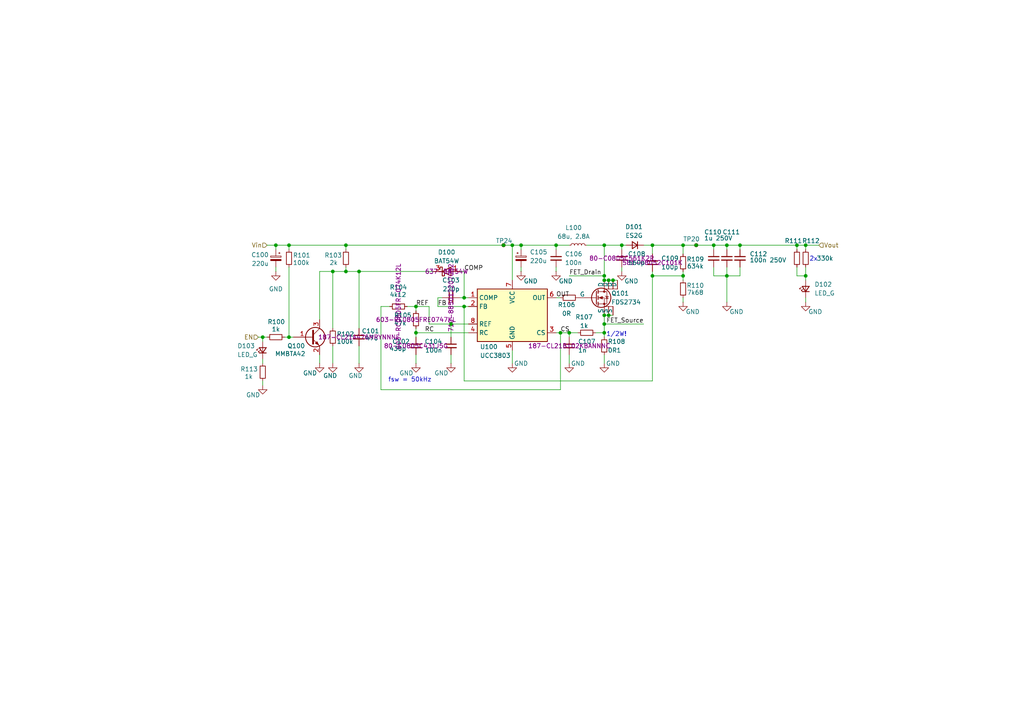
<source format=kicad_sch>
(kicad_sch (version 20250114) (generator "eeschema") (generator_version "9.0")
  (paper "A4")
  (title_block (title "High voltage Tube PSU") (date "2024-10-17") (rev "2.0") (company "C-Audio"))
  (lib_symbols
    (symbol "Connector:TestPoint_Small" (pin_numbers (hide yes)) (pin_names (offset 0.762) (hide yes))
      (property "Reference" "TP" (at 0 3.81 0))
      (property "Value" "TestPoint_Small" (at 0 2.032 0))
      (symbol "TestPoint_Small_0_1"
        (circle (center 0 0) (radius 0.508))
      )
      (symbol "TestPoint_Small_1_1"
        (pin passive line (at 0 0 90) (length 0) (name "1") (number "1"))
      )
    )
    (symbol "Device:C_Polarized_Small" (pin_numbers (hide yes)) (pin_names (offset 0.254) (hide yes))
      (property "Reference" "C" (at 0.254 1.778 0))
      (property "Value" "C_Polarized_Small" (at 0.254 -2.032 0))
      (symbol "C_Polarized_Small_0_1"
        (rectangle (start -1.524 0.6858) (end 1.524 0.3048))
        (rectangle (start -1.524 -0.3048) (end 1.524 -0.6858) (fill (type outline)))
        (polyline (pts (xy -1.27 1.524) (xy -0.762 1.524)))
        (polyline (pts (xy -1.016 1.27) (xy -1.016 1.778)))
      )
      (symbol "C_Polarized_Small_1_1"
        (pin passive line (at 0 2.54 270) (length 1.8542) (name "~") (number "1"))
        (pin passive line (at 0 -2.54 90) (length 1.8542) (name "~") (number "2"))
      )
    )
    (symbol "Device:C_Small" (pin_numbers (hide yes)) (pin_names (offset 0.254) (hide yes))
      (property "Reference" "C" (at 0.254 1.778 0))
      (property "Value" "C_Small" (at 0.254 -2.032 0))
      (symbol "C_Small_0_1"
        (polyline (pts (xy -1.524 0.508) (xy 1.524 0.508)) (stroke (width 0.3048)))
        (polyline (pts (xy -1.524 -0.508) (xy 1.524 -0.508)) (stroke (width 0.3302)))
      )
      (symbol "C_Small_1_1"
        (pin passive line (at 0 2.54 270) (length 2.032) (name "~") (number "1"))
        (pin passive line (at 0 -2.54 90) (length 2.032) (name "~") (number "2"))
      )
    )
    (symbol "Device:D_Small" (pin_numbers (hide yes)) (pin_names (offset 0.254) (hide yes))
      (property "Reference" "D" (at -1.27 2.032 0))
      (property "Value" "D_Small" (at -3.81 -2.032 0))
      (symbol "D_Small_0_1"
        (polyline (pts (xy -0.762 0) (xy 0.762 0)))
        (polyline (pts (xy -0.762 -1.016) (xy -0.762 1.016)) (stroke (width 0.254)))
        (polyline (pts (xy 0.762 -1.016) (xy -0.762 0) (xy 0.762 1.016) (xy 0.762 -1.016)) (stroke (width 0.254)))
      )
      (symbol "D_Small_1_1"
        (pin passive line (at -2.54 0 0) (length 1.778) (name "K") (number "1"))
        (pin passive line (at 2.54 0 180) (length 1.778) (name "A") (number "2"))
      )
    )
    (symbol "Device:LED_Small" (pin_numbers (hide yes)) (pin_names (offset 0.254) (hide yes))
      (property "Reference" "D" (at -1.27 3.175 0))
      (property "Value" "LED_Small" (at -4.445 -2.54 0))
      (symbol "LED_Small_0_1"
        (polyline (pts (xy -0.762 -1.016) (xy -0.762 1.016)) (stroke (width 0.254)))
        (polyline (pts (xy 0 0.762) (xy -0.508 1.27) (xy -0.254 1.27) (xy -0.508 1.27) (xy -0.508 1.016)))
        (polyline (pts (xy 0.508 1.27) (xy 0 1.778) (xy 0.254 1.778) (xy 0 1.778) (xy 0 1.524)))
        (polyline (pts (xy 0.762 -1.016) (xy -0.762 0) (xy 0.762 1.016) (xy 0.762 -1.016)) (stroke (width 0.254)))
        (polyline (pts (xy 1.016 0) (xy -0.762 0)))
      )
      (symbol "LED_Small_1_1"
        (pin passive line (at -2.54 0 0) (length 1.778) (name "K") (number "1"))
        (pin passive line (at 2.54 0 180) (length 1.778) (name "A") (number "2"))
      )
    )
    (symbol "Device:L_Small" (pin_numbers (hide yes)) (pin_names (offset 0.254) (hide yes))
      (property "Reference" "L" (at 0.762 1.016 0))
      (property "Value" "L_Small" (at 0.762 -1.016 0))
      (symbol "L_Small_0_1"
        (arc (start 0 2.032) (mid 0.5058 1.524) (end 0 1.016))
        (arc (start 0 1.016) (mid 0.5058 0.508) (end 0 0))
        (arc (start 0 0) (mid 0.5058 -0.508) (end 0 -1.016))
        (arc (start 0 -1.016) (mid 0.5058 -1.524) (end 0 -2.032))
      )
      (symbol "L_Small_1_1"
        (pin passive line (at 0 2.54 270) (length 0.508) (name "~") (number "1"))
        (pin passive line (at 0 -2.54 90) (length 0.508) (name "~") (number "2"))
      )
    )
    (symbol "Device:R_Small" (pin_numbers (hide yes)) (pin_names (offset 0.254) (hide yes))
      (property "Reference" "R" (at 0.762 0.508 0))
      (property "Value" "R_Small" (at 0.762 -1.016 0))
      (symbol "R_Small_0_1"
        (rectangle (start -0.762 1.778) (end 0.762 -1.778) (stroke (width 0.2032)))
      )
      (symbol "R_Small_1_1"
        (pin passive line (at 0 2.54 270) (length 0.762) (name "~") (number "1"))
        (pin passive line (at 0 -2.54 90) (length 0.762) (name "~") (number "2"))
      )
    )
    (symbol "Diode:BAT54W" (pin_names (offset 1.016) (hide yes))
      (property "Reference" "D" (at 0 2.54 0))
      (property "Value" "BAT54W" (at 0 -2.54 0))
      (symbol "BAT54W_0_1"
        (polyline (pts (xy -1.905 0.635) (xy -1.905 1.27) (xy -1.27 1.27) (xy -1.27 -1.27) (xy -0.635 -1.27) (xy -0.635 -0.635)) (stroke (width 0.254)))
        (polyline (pts (xy 1.27 1.27) (xy 1.27 -1.27) (xy -1.27 0) (xy 1.27 1.27)) (stroke (width 0.254)))
        (polyline (pts (xy 1.27 0) (xy -1.27 0)))
      )
      (symbol "BAT54W_1_1"
        (pin passive line (at -3.81 0 0) (length 2.54) (name "K") (number "3"))
        (pin no_connect line (at 0 0 90) (length 2.54) (hide yes) (name "NC") (number "2"))
        (pin passive line (at 3.81 0 180) (length 2.54) (name "A") (number "1"))
      )
    )
    (symbol "Regulator_Controller:UCC3803"
      (property "Reference" "U" (at 3.81 11.43 0))
      (property "Value" "UCC3803" (at 3.81 8.89 0))
      (symbol "UCC3803_0_1"
        (rectangle (start -10.16 -7.62) (end 10.16 7.62) (stroke (width 0.254)) (fill (type background)))
      )
      (symbol "UCC3803_1_1"
        (pin passive line (at -12.7 5.08 0) (length 2.54) (name "COMP") (number "1"))
        (pin input line (at -12.7 2.54 0) (length 2.54) (name "FB") (number "2"))
        (pin power_in line (at -12.7 -2.54 0) (length 2.54) (name "REF") (number "8"))
        (pin passive line (at -12.7 -5.08 0) (length 2.54) (name "RC") (number "4"))
        (pin power_in line (at 0 10.16 270) (length 2.54) (name "VCC") (number "7"))
        (pin power_in line (at 0 -10.16 90) (length 2.54) (name "GND") (number "5"))
        (pin output line (at 12.7 5.08 180) (length 2.54) (name "OUT") (number "6"))
        (pin input line (at 12.7 -5.08 180) (length 2.54) (name "CS") (number "3"))
      )
    )
    (symbol "Simulation_SPICE:NMOS" (pin_numbers (hide yes)) (pin_names (offset 0))
      (property "Reference" "Q101" (at 4.572 1.27 0))
      (property "Value" "FDS2734" (at 4.572 -1.27 0))
      (symbol "NMOS_0_1"
        (polyline (pts (xy 0.254 1.905) (xy 0.254 -1.905)) (stroke (width 0.254)))
        (polyline (pts (xy 0.254 0) (xy -2.54 0)))
        (polyline (pts (xy 0.762 2.286) (xy 0.762 1.27)) (stroke (width 0.254)))
        (polyline (pts (xy 0.762 0.508) (xy 0.762 -0.508)) (stroke (width 0.254)))
        (polyline (pts (xy 0.762 -1.27) (xy 0.762 -2.286)) (stroke (width 0.254)))
        (polyline (pts (xy 0.762 -1.778) (xy 3.302 -1.778) (xy 3.302 1.778) (xy 0.762 1.778)))
        (polyline (pts (xy 1.016 0) (xy 2.032 0.381) (xy 2.032 -0.381) (xy 1.016 0)) (fill (type outline)))
        (circle (center 1.651 0) (radius 2.794) (stroke (width 0.254)))
        (polyline (pts (xy 2.54 2.54) (xy 2.54 1.778)))
        (circle (center 2.54 1.778) (radius 0.254) (fill (type outline)))
        (circle (center 2.54 -1.778) (radius 0.254) (fill (type outline)))
        (polyline (pts (xy 2.54 -2.54) (xy 2.54 0) (xy 0.762 0)))
        (polyline (pts (xy 2.794 0.508) (xy 2.921 0.381) (xy 3.683 0.381) (xy 3.81 0.254)))
        (polyline (pts (xy 3.302 0.381) (xy 2.921 -0.254) (xy 3.683 -0.254) (xy 3.302 0.381)))
        (polyline (pts (xy 5.08 -2.54) (xy 2.54 -2.54)))
        (polyline (pts (xy 6.35 2.54) (xy 2.54 2.54)))
      )
      (symbol "NMOS_1_1"
        (pin input line (at -5.08 0 0) (length 2.54) (name "G") (number "4"))
        (pin passive line (at 2.54 5.08 270) (length 2.54) (name "D") (number "5"))
        (pin passive line (at 2.54 -5.08 90) (length 2.54) (name "S") (number "1"))
        (pin passive line (at 3.81 5.08 270) (length 2.54) (name "D") (number "6"))
        (pin passive line (at 3.81 -5.08 90) (length 2.54) (name "S") (number "2"))
        (pin passive line (at 5.08 5.08 270) (length 2.54) (name "D") (number "7"))
        (pin passive line (at 5.08 -5.08 90) (length 2.54) (name "S") (number "3"))
        (pin passive line (at 6.35 5.08 270) (length 2.54) (name "D") (number "8"))
      )
    )
    (symbol "Transistor_BJT:MMBTA42" (pin_names (offset 0) (hide yes))
      (property "Reference" "Q" (at 5.08 1.905 0))
      (property "Value" "MMBTA42" (at 5.08 0 0))
      (symbol "MMBTA42_0_1"
        (polyline (pts (xy 0 0) (xy 0.635 0)))
        (polyline (pts (xy 0.635 1.905) (xy 0.635 -1.905) (xy 0.635 -1.905)) (stroke (width 0.508)))
        (polyline (pts (xy 0.635 0.635) (xy 2.54 2.54)))
        (polyline (pts (xy 0.635 -0.635) (xy 2.54 -2.54) (xy 2.54 -2.54)))
        (circle (center 1.27 0) (radius 2.8194) (stroke (width 0.254)))
        (polyline (pts (xy 1.27 -1.778) (xy 1.778 -1.27) (xy 2.286 -2.286) (xy 1.27 -1.778) (xy 1.27 -1.778)) (fill (type outline)))
      )
      (symbol "MMBTA42_1_1"
        (pin input line (at -5.08 0 0) (length 5.08) (name "B") (number "1"))
        (pin passive line (at 2.54 5.08 270) (length 2.54) (name "C") (number "3"))
        (pin passive line (at 2.54 -5.08 90) (length 2.54) (name "E") (number "2"))
      )
    )
    (symbol "power:GND" (power) (pin_numbers (hide yes)) (pin_names (offset 0) (hide yes))
      (property "Value" "GND" (at 0 -3.81 0))
      (symbol "GND_0_1"
        (polyline (pts (xy 0 0) (xy 0 -1.27) (xy 1.27 -1.27) (xy 0 -2.54) (xy -1.27 -1.27) (xy 0 -1.27)))
      )
      (symbol "GND_1_1"
        (pin power_in line (at 0 0 270) (length 0) (name "~") (number "1"))
      )
    )
  )
  (text "fsw = 50kHz" (at 118.872 110.236 0) (effects (font (size 1.27 1.27))))
  (text "2x" (at 235.966 75.184 0) (effects (font (size 1.27 1.27))))
  (text "1/2W!" (at 178.816 97.028 0) (effects (font (size 1.27 1.27))))
  (junction (at 176.53 81.28))
  (junction (at 151.13 71.12))
  (junction (at 180.34 71.12))
  (junction (at 80.01 71.12))
  (junction (at 120.65 88.9))
  (junction (at 76.2 97.79))
  (junction (at 120.65 96.52))
  (junction (at 175.26 81.28))
  (junction (at 134.62 88.9))
  (junction (at 175.26 80.01))
  (junction (at 96.52 78.74))
  (junction (at 210.82 71.12))
  (junction (at 189.23 80.01))
  (junction (at 214.63 71.12))
  (junction (at 198.12 80.01))
  (junction (at 175.26 96.52))
  (junction (at 175.26 93.98))
  (junction (at 176.53 91.44))
  (junction (at 198.12 71.12))
  (junction (at 233.68 71.12))
  (junction (at 210.82 80.01))
  (junction (at 201.93 71.12))
  (junction (at 104.14 78.74))
  (junction (at 189.23 71.12))
  (junction (at 175.26 91.44))
  (junction (at 161.29 71.12))
  (junction (at 83.82 71.12))
  (junction (at 233.68 80.01))
  (junction (at 207.01 71.12))
  (junction (at 134.62 86.36))
  (junction (at 175.26 71.12))
  (junction (at 130.81 93.98))
  (junction (at 231.14 71.12))
  (junction (at 146.05 71.12))
  (junction (at 100.33 71.12))
  (junction (at 177.8 81.28))
  (junction (at 148.59 71.12))
  (junction (at 100.33 78.74))
  (junction (at 165.1 96.52))
  (junction (at 162.56 96.52))
  (junction (at 83.82 97.79))
  (wire (pts (xy 207.01 80.01) (xy 210.82 80.01)))
  (wire (pts (xy 189.23 80.01) (xy 189.23 110.49)))
  (wire (pts (xy 231.14 71.12) (xy 231.14 72.39)))
  (wire (pts (xy 162.56 96.52) (xy 161.29 96.52)))
  (wire (pts (xy 175.26 102.87) (xy 175.26 105.41)))
  (wire (pts (xy 189.23 71.12) (xy 198.12 71.12)))
  (wire (pts (xy 198.12 80.01) (xy 198.12 81.28)))
  (wire (pts (xy 127 88.9) (xy 134.62 88.9)))
  (wire (pts (xy 76.2 104.14) (xy 76.2 105.41)))
  (wire (pts (xy 189.23 110.49) (xy 134.62 110.49)))
  (wire (pts (xy 76.2 97.79) (xy 77.47 97.79)))
  (wire (pts (xy 189.23 78.74) (xy 189.23 80.01)))
  (wire (pts (xy 134.62 88.9) (xy 135.89 88.9)))
  (wire (pts (xy 198.12 78.74) (xy 198.12 80.01)))
  (wire (pts (xy 134.62 86.36) (xy 135.89 86.36)))
  (wire (pts (xy 96.52 78.74) (xy 96.52 95.25)))
  (wire (pts (xy 120.65 96.52) (xy 135.89 96.52)))
  (wire (pts (xy 161.29 72.39) (xy 161.29 71.12)))
  (wire (pts (xy 176.53 81.28) (xy 177.8 81.28)))
  (wire (pts (xy 165.1 96.52) (xy 165.1 97.79)))
  (wire (pts (xy 96.52 100.33) (xy 96.52 105.41)))
  (wire (pts (xy 175.26 91.44) (xy 175.26 93.98)))
  (wire (pts (xy 189.23 71.12) (xy 189.23 73.66)))
  (wire (pts (xy 130.81 93.98) (xy 135.89 93.98)))
  (wire (pts (xy 214.63 71.12) (xy 231.14 71.12)))
  (wire (pts (xy 127 88.9) (xy 127 86.36)))
  (wire (pts (xy 148.59 101.6) (xy 148.59 105.41)))
  (wire (pts (xy 165.1 96.52) (xy 167.64 96.52)))
  (wire (pts (xy 133.35 86.36) (xy 134.62 86.36)))
  (wire (pts (xy 83.82 97.79) (xy 85.09 97.79)))
  (wire (pts (xy 134.62 78.74) (xy 133.35 78.74)))
  (wire (pts (xy 175.26 91.44) (xy 176.53 91.44)))
  (wire (pts (xy 104.14 78.74) (xy 104.14 95.25)))
  (wire (pts (xy 233.68 86.36) (xy 233.68 87.63)))
  (wire (pts (xy 207.01 71.12) (xy 210.82 71.12)))
  (wire (pts (xy 186.69 93.98) (xy 175.26 93.98)))
  (wire (pts (xy 83.82 97.79) (xy 83.82 77.47)))
  (wire (pts (xy 162.56 96.52) (xy 162.56 113.03)))
  (wire (pts (xy 96.52 78.74) (xy 92.71 78.74)))
  (wire (pts (xy 151.13 77.47) (xy 151.13 78.74)))
  (wire (pts (xy 172.72 96.52) (xy 175.26 96.52)))
  (wire (pts (xy 82.55 97.79) (xy 83.82 97.79)))
  (wire (pts (xy 233.68 71.12) (xy 237.49 71.12)))
  (wire (pts (xy 210.82 80.01) (xy 210.82 87.63)))
  (wire (pts (xy 233.68 77.47) (xy 233.68 80.01)))
  (wire (pts (xy 162.56 96.52) (xy 165.1 96.52)))
  (wire (pts (xy 110.49 88.9) (xy 110.49 113.03)))
  (wire (pts (xy 189.23 80.01) (xy 198.12 80.01)))
  (wire (pts (xy 210.82 71.12) (xy 210.82 72.39)))
  (wire (pts (xy 146.05 71.12) (xy 148.59 71.12)))
  (wire (pts (xy 207.01 77.47) (xy 207.01 80.01)))
  (wire (pts (xy 214.63 71.12) (xy 214.63 72.39)))
  (wire (pts (xy 151.13 71.12) (xy 161.29 71.12)))
  (wire (pts (xy 80.01 71.12) (xy 83.82 71.12)))
  (wire (pts (xy 100.33 78.74) (xy 104.14 78.74)))
  (wire (pts (xy 80.01 77.47) (xy 80.01 78.74)))
  (wire (pts (xy 198.12 71.12) (xy 201.93 71.12)))
  (wire (pts (xy 120.65 88.9) (xy 124.46 88.9)))
  (wire (pts (xy 92.71 78.74) (xy 92.71 92.71)))
  (wire (pts (xy 180.34 77.47) (xy 180.34 78.74)))
  (wire (pts (xy 175.26 80.01) (xy 175.26 81.28)))
  (wire (pts (xy 231.14 71.12) (xy 233.68 71.12)))
  (wire (pts (xy 100.33 77.47) (xy 100.33 78.74)))
  (wire (pts (xy 180.34 71.12) (xy 180.34 72.39)))
  (wire (pts (xy 100.33 71.12) (xy 146.05 71.12)))
  (wire (pts (xy 162.56 113.03) (xy 110.49 113.03)))
  (wire (pts (xy 175.26 93.98) (xy 175.26 96.52)))
  (wire (pts (xy 201.93 71.12) (xy 207.01 71.12)))
  (wire (pts (xy 125.73 78.74) (xy 104.14 78.74)))
  (wire (pts (xy 130.81 93.98) (xy 130.81 97.79)))
  (wire (pts (xy 233.68 72.39) (xy 233.68 71.12)))
  (wire (pts (xy 176.53 91.44) (xy 177.8 91.44)))
  (wire (pts (xy 80.01 71.12) (xy 80.01 72.39)))
  (wire (pts (xy 120.65 102.87) (xy 120.65 105.41)))
  (wire (pts (xy 233.68 81.28) (xy 233.68 80.01)))
  (wire (pts (xy 96.52 78.74) (xy 100.33 78.74)))
  (wire (pts (xy 175.26 81.28) (xy 176.53 81.28)))
  (wire (pts (xy 198.12 71.12) (xy 198.12 73.66)))
  (wire (pts (xy 104.14 100.33) (xy 104.14 105.41)))
  (wire (pts (xy 175.26 96.52) (xy 175.26 97.79)))
  (wire (pts (xy 165.1 105.41) (xy 165.1 102.87)))
  (wire (pts (xy 214.63 77.47) (xy 214.63 80.01)))
  (wire (pts (xy 83.82 71.12) (xy 83.82 72.39)))
  (wire (pts (xy 165.1 80.01) (xy 175.26 80.01)))
  (wire (pts (xy 110.49 88.9) (xy 113.03 88.9)))
  (wire (pts (xy 186.69 71.12) (xy 189.23 71.12)))
  (wire (pts (xy 76.2 110.49) (xy 76.2 111.76)))
  (wire (pts (xy 127 86.36) (xy 128.27 86.36)))
  (wire (pts (xy 231.14 77.47) (xy 231.14 80.01)))
  (wire (pts (xy 134.62 110.49) (xy 134.62 88.9)))
  (wire (pts (xy 124.46 93.98) (xy 130.81 93.98)))
  (wire (pts (xy 198.12 86.36) (xy 198.12 87.63)))
  (wire (pts (xy 120.65 95.25) (xy 120.65 96.52)))
  (wire (pts (xy 92.71 102.87) (xy 92.71 105.41)))
  (wire (pts (xy 207.01 71.12) (xy 207.01 72.39)))
  (wire (pts (xy 124.46 88.9) (xy 124.46 93.98)))
  (wire (pts (xy 77.47 71.12) (xy 80.01 71.12)))
  (wire (pts (xy 130.81 102.87) (xy 130.81 105.41)))
  (wire (pts (xy 175.26 71.12) (xy 175.26 80.01)))
  (wire (pts (xy 214.63 80.01) (xy 210.82 80.01)))
  (wire (pts (xy 134.62 86.36) (xy 134.62 78.74)))
  (wire (pts (xy 165.1 71.12) (xy 161.29 71.12)))
  (wire (pts (xy 210.82 71.12) (xy 214.63 71.12)))
  (wire (pts (xy 175.26 71.12) (xy 180.34 71.12)))
  (wire (pts (xy 148.59 71.12) (xy 148.59 81.28)))
  (wire (pts (xy 74.93 97.79) (xy 76.2 97.79)))
  (wire (pts (xy 161.29 86.36) (xy 162.56 86.36)))
  (wire (pts (xy 170.18 71.12) (xy 175.26 71.12)))
  (wire (pts (xy 100.33 71.12) (xy 100.33 72.39)))
  (wire (pts (xy 120.65 88.9) (xy 120.65 90.17)))
  (wire (pts (xy 148.59 71.12) (xy 151.13 71.12)))
  (wire (pts (xy 210.82 77.47) (xy 210.82 80.01)))
  (wire (pts (xy 120.65 96.52) (xy 120.65 97.79)))
  (wire (pts (xy 177.8 81.28) (xy 179.07 81.28)))
  (wire (pts (xy 180.34 71.12) (xy 181.61 71.12)))
  (wire (pts (xy 76.2 97.79) (xy 76.2 99.06)))
  (wire (pts (xy 231.14 80.01) (xy 233.68 80.01)))
  (wire (pts (xy 161.29 77.47) (xy 161.29 78.74)))
  (wire (pts (xy 151.13 72.39) (xy 151.13 71.12)))
  (wire (pts (xy 83.82 71.12) (xy 100.33 71.12)))
  (wire (pts (xy 118.11 88.9) (xy 120.65 88.9)))
  (label "CS" (at 162.56 96.52 0))
  (label "FET_Source" (at 186.69 93.98 180))
  (label "FET_Drain" (at 165.1 80.01 0))
  (label "REF" (at 120.65 88.9 0))
  (label "FB" (at 129.54 88.9 180))
  (label "COMP" (at 134.62 78.74 0))
  (label "OUT" (at 161.29 86.36 0))
  (label "RC" (at 123.19 96.52 0))
  (hierarchical_label "Vout" (shape input) (at 237.49 71.12 0))
  (hierarchical_label "Vin" (shape input) (at 77.47 71.12 180))
  (hierarchical_label "EN" (shape input) (at 74.93 97.79 180))
  (symbol (lib_id "Device:C_Small") (at 210.82 74.93 0) (unit 1)
    (property "Reference" "C111" (at 209.55 67.31 0) (effects (justify left)))
    (property "Value" "1u 250V" (at 204.216 69.088 0) (effects (justify left)))
    (property "Footprint" "Capacitor_SMD:C_0805_2012Metric_Pad1.18x1.45mm_HandSolder" (effects (hide yes)))
    (property "Description" "Unpolarized capacitor, small symbol" (effects (hide yes)))
    (property "Mouser Nr." " 810-CGA4J3X7T2E104MA " (effects (hide yes)))
  )
  (symbol (lib_id "Device:R_Small") (at 170.18 96.52 90) (unit 1)
    (property "Reference" "R107" (at 169.418 91.948 90))
    (property "Value" "1k" (at 169.418 94.488 90))
    (property "Footprint" "Resistor_SMD:R_0805_2012Metric_Pad1.20x1.40mm_HandSolder" (effects (hide yes)))
    (property "Description" "Resistor, small symbol" (effects (hide yes)))
  )
  (symbol (lib_id "Device:LED_Small") (at 76.2 101.6 90) (unit 1)
    (property "Reference" "D103" (at 68.834 100.33 90) (effects (justify right)))
    (property "Value" "LED_G" (at 68.834 102.87 90) (effects (justify right)))
    (property "Footprint" "LED_SMD:LED_0805_2012Metric" (effects (hide yes)))
    (property "Description" "Light emitting diode, small symbol" (effects (hide yes)))
  )
  (symbol (lib_id "Device:R_Small") (at 233.68 74.93 0) (unit 1)
    (property "Reference" "R112" (at 235.204 69.85 0))
    (property "Value" "330k" (at 239.268 74.93 0))
    (property "Footprint" "Resistor_SMD:R_0805_2012Metric_Pad1.20x1.40mm_HandSolder" (effects (hide yes)))
    (property "Description" "Resistor, small symbol" (effects (hide yes)))
    (property "Mouser Nr." " 603-AC0805FR-07330KL " (effects (hide yes)))
  )
  (symbol (lib_id "power:GND") (at 198.12 87.63 0) (unit 1)
    (property "Reference" "#PWR0112" (effects (hide yes)))
    (property "Value" "GND" (at 200.914 90.424 0))
    (property "Description" "Power symbol creates a global label with name \"GND\" , ground" (effects (hide yes)))
  )
  (symbol (lib_id "Device:R_Small") (at 83.82 74.93 0) (unit 1)
    (property "Reference" "R101" (at 87.503 74.041 0))
    (property "Value" "100k" (at 87.376 76.2 0))
    (property "Footprint" "Resistor_SMD:R_0805_2012Metric_Pad1.20x1.40mm_HandSolder" (effects (hide yes)))
    (property "Description" "Resistor, small symbol" (effects (hide yes)))
  )
  (symbol (lib_id "power:GND") (at 76.2 111.76 0) (unit 1)
    (property "Reference" "#PWR0119" (effects (hide yes)))
    (property "Value" "GND" (at 73.406 114.554 0))
    (property "Description" "Power symbol creates a global label with name \"GND\" , ground" (effects (hide yes)))
  )
  (symbol (lib_id "Device:C_Small") (at 104.14 97.79 0) (unit 1)
    (property "Reference" "C101" (at 104.902 96.012 0) (effects (justify left)))
    (property "Value" "47u" (at 105.918 98.0378 0) (effects (justify left)))
    (property "Footprint" "Capacitor_SMD:C_0805_2012Metric_Pad1.18x1.45mm_HandSolder" (effects (hide yes)))
    (property "Description" "Unpolarized capacitor, small symbol" (effects (hide yes)))
    (property "Mouser Nr." " 187-CL21A476MRYNNNE " (at 104.14 97.79 0))
  )
  (symbol (lib_id "Device:C_Small") (at 165.1 100.33 0) (unit 1)
    (property "Reference" "C107" (at 167.64 99.0662 0) (effects (justify left)))
    (property "Value" "1n" (at 167.64 101.6062 0) (effects (justify left)))
    (property "Footprint" "Capacitor_SMD:C_0805_2012Metric_Pad1.18x1.45mm_HandSolder" (effects (hide yes)))
    (property "Description" "Unpolarized capacitor, small symbol" (effects (hide yes)))
    (property "Mouser Nr." " 187-CL21B102KBANNNC " (at 165.1 100.33 0))
  )
  (symbol (lib_id "Device:R_Small") (at 100.33 74.93 0) (mirror y) (unit 1)
    (property "Reference" "R103" (at 96.647 74.041 0))
    (property "Value" "2k" (at 96.774 76.2 0))
    (property "Footprint" "Resistor_SMD:R_0805_2012Metric_Pad1.20x1.40mm_HandSolder" (effects (hide yes)))
    (property "Description" "Resistor, small symbol" (effects (hide yes)))
    (property "Mouser Nr." " 603-RC0805FR-132KL " (effects (hide yes)))
  )
  (symbol (lib_id "Device:R_Small") (at 80.01 97.79 90) (unit 1)
    (property "Reference" "R100" (at 80.137 93.345 90))
    (property "Value" "1k" (at 80.01 95.504 90))
    (property "Footprint" "Resistor_SMD:R_0805_2012Metric_Pad1.20x1.40mm_HandSolder" (effects (hide yes)))
    (property "Description" "Resistor, small symbol" (effects (hide yes)))
  )
  (symbol (lib_id "power:GND") (at 161.29 78.74 0) (unit 1)
    (property "Reference" "#PWR0108" (effects (hide yes)))
    (property "Value" "GND" (at 164.084 81.534 0))
    (property "Description" "Power symbol creates a global label with name \"GND\" , ground" (effects (hide yes)))
  )
  (symbol (lib_id "Device:C_Small") (at 214.63 74.93 0) (unit 1)
    (property "Reference" "C112" (at 217.424 73.66 0) (effects (justify left)))
    (property "Value" "100n 250V" (at 217.424 75.438 0) (effects (justify left)))
    (property "Footprint" "Capacitor_SMD:C_0805_2012Metric_Pad1.18x1.45mm_HandSolder" (effects (hide yes)))
    (property "Description" "Unpolarized capacitor, small symbol" (effects (hide yes)))
    (property "Mouser Nr." " 810-CGA4J3X7T2E104MA " (effects (hide yes)))
  )
  (symbol (lib_id "power:GND") (at 104.14 105.41 0) (unit 1)
    (property "Reference" "#PWR0103" (effects (hide yes)))
    (property "Value" "GND" (at 103.124 108.966 0))
    (property "Description" "Power symbol creates a global label with name \"GND\" , ground" (effects (hide yes)))
  )
  (symbol (lib_id "Device:LED_Small") (at 233.68 83.82 90) (unit 1)
    (property "Reference" "D102" (at 236.22 82.4864 90) (effects (justify right)))
    (property "Value" "LED_G" (at 236.22 85.0264 90) (effects (justify right)))
    (property "Footprint" "LED_SMD:LED_0805_2012Metric" (effects (hide yes)))
    (property "Description" "Light emitting diode, small symbol" (effects (hide yes)))
  )
  (symbol (lib_id "power:GND") (at 92.71 105.41 0) (unit 1)
    (property "Reference" "#PWR0101" (effects (hide yes)))
    (property "Value" "GND" (at 89.916 108.204 0))
    (property "Description" "Power symbol creates a global label with name \"GND\" , ground" (effects (hide yes)))
  )
  (symbol (lib_id "Device:C_Small") (at 120.65 100.33 0) (mirror y) (unit 1)
    (property "Reference" "C102" (at 118.872 99.0662 0) (effects (justify left)))
    (property "Value" "430p" (at 117.856 101.092 0) (effects (justify left)))
    (property "Footprint" "Capacitor_SMD:C_0805_2012Metric_Pad1.18x1.45mm_HandSolder" (effects (hide yes)))
    (property "Description" "Unpolarized capacitor, small symbol" (effects (hide yes)))
    (property "Mouser Nr." " 80-C0805C431J5G " (at 120.65 100.33 0))
  )
  (symbol (lib_id "Regulator_Controller:UCC3803") (at 148.59 91.44 0) (unit 1)
    (property "Reference" "U100" (at 139.192 100.584 0) (effects (justify left)))
    (property "Value" "UCC3803" (at 139.192 103.124 0) (effects (justify left)))
    (property "Footprint" "Package_SO:SOIC-8_3.9x4.9mm_P1.27mm" (effects (hide yes)))
    (property "Datasheet" "http://www.ti.com/lit/ds/symlink/ucc3800.pdf" (effects (hide yes)))
    (property "Description" "Low-Power BiCMOS Current-Mode PWM Controllers, 100% Duty Cycle, 4.1V/3.6V UVLO, DIP-8/SOIC-8/TSSOP-8" (effects (hide yes)))
    (property "Mouser Nr." " 595-UCC3803DTR " (effects (hide yes)))
  )
  (symbol (lib_id "Device:R_Small") (at 96.52 97.79 0) (unit 1)
    (property "Reference" "R102" (at 100.203 96.901 0))
    (property "Value" "100k" (at 100.076 99.06 0))
    (property "Footprint" "Resistor_SMD:R_0805_2012Metric_Pad1.20x1.40mm_HandSolder" (effects (hide yes)))
    (property "Description" "Resistor, small symbol" (effects (hide yes)))
  )
  (symbol (lib_id "Device:R_Small") (at 175.26 100.33 180) (unit 1)
    (property "Reference" "R108" (at 176.276 99.06 0) (effects (justify right)))
    (property "Value" "0R1" (at 176.276 101.6 0) (effects (justify right)))
    (property "Footprint" "Resistor_SMD:R_1206_3216Metric_Pad1.30x1.75mm_HandSolder" (effects (hide yes)))
    (property "Datasheet" "https://www.koaspeer.com/pdfs/UR73V.pdf" (effects (hide yes)))
    (property "Description" "Resistor, small symbol" (effects (hide yes)))
    (property "Mouser URL" "https://www.mouser.de/ProductDetail/KOA-Speer/UR73VH2BTTDR100F?qs=HoCaDK9Nz5dTWFlShnTmnw%3D%3D" (effects (hide yes)))
    (property "Mouser Nr." " 660-UR73VH2BTTDR100F " (effects (hide yes)))
  )
  (symbol (lib_id "power:GND") (at 80.01 78.74 0) (unit 1)
    (property "Reference" "#PWR0100" (effects (hide yes)))
    (property "Value" "GND" (at 80.01 83.82 0))
    (property "Description" "Power symbol creates a global label with name \"GND\" , ground" (effects (hide yes)))
  )
  (symbol (lib_id "power:GND") (at 175.26 105.41 0) (unit 1)
    (property "Reference" "#PWR0110" (effects (hide yes)))
    (property "Value" "GND" (at 177.8 105.41 0))
    (property "Description" "Power symbol creates a global label with name \"GND\" , ground" (effects (hide yes)))
  )
  (symbol (lib_id "Device:L_Small") (at 167.64 71.12 90) (unit 1)
    (property "Reference" "L100" (at 166.37 66.04 90))
    (property "Value" "68u, 2.8A" (at 166.37 68.58 90))
    (property "Footprint" "Inductor_SMD:L_12x12mm_H8mm" (effects (hide yes)))
    (property "Description" "Inductor, small symbol" (effects (hide yes)))
    (property "Mouser URL" "https://www.mouser.de/ProductDetail/EPCOS-TDK/B82477R4683M100?qs=oQHyZtUHWNVcdFSxmnJQSQ%3D%3D" (effects (hide yes)))
    (property "Mouser Nr." " 871-B82477R4683M100 " (effects (hide yes)))
  )
  (symbol (lib_id "Device:R_Small") (at 231.14 74.93 0) (unit 1)
    (property "Reference" "R111" (at 230.124 69.85 0))
    (property "Value" "330k" (effects (hide yes)))
    (property "Footprint" "Resistor_SMD:R_0805_2012Metric_Pad1.20x1.40mm_HandSolder" (effects (hide yes)))
    (property "Description" "Resistor, small symbol" (effects (hide yes)))
    (property "Mouser Nr." " 603-AC0805FR-07330KL " (effects (hide yes)))
  )
  (symbol (lib_id "Device:R_Small") (at 76.2 107.95 180) (unit 1)
    (property "Reference" "R113" (at 72.263 107.061 0))
    (property "Value" "1k" (at 72.136 109.22 0))
    (property "Footprint" "Resistor_SMD:R_0805_2012Metric_Pad1.20x1.40mm_HandSolder" (effects (hide yes)))
    (property "Description" "Resistor, small symbol" (effects (hide yes)))
  )
  (symbol (lib_id "Device:R_Small") (at 115.57 88.9 90) (unit 1)
    (property "Reference" "R104" (at 115.57 83.312 90))
    (property "Value" "4k12" (at 115.443 85.471 90))
    (property "Footprint" "Resistor_SMD:R_0805_2012Metric_Pad1.20x1.40mm_HandSolder" (effects (hide yes)))
    (property "Description" "Resistor, small symbol" (effects (hide yes)))
    (property "Mouser Nr." " 603-RC0805FR-074K12L " (at 115.57 88.9 0))
  )
  (symbol (lib_id "Diode:BAT54W") (at 129.54 78.74 0) (unit 1)
    (property "Reference" "D100" (at 129.54 73.152 0))
    (property "Value" "BAT54W" (at 129.54 75.692 0))
    (property "Footprint" "Package_TO_SOT_SMD:SOT-323_SC-70" (effects (hide yes)))
    (property "Datasheet" "https://assets.nexperia.com/documents/data-sheet/BAT54W_SER.pdf" (effects (hide yes)))
    (property "Description" "Schottky barrier diode, SOT-323" (effects (hide yes)))
    (property "Mouser-Nr." "637-BAT54W" (at 129.54 78.74 0))
    (property "Mouser Nr." "637-BAT54W" (effects (hide yes)))
  )
  (symbol (lib_id "Device:C_Small") (at 207.01 74.93 0) (unit 1)
    (property "Reference" "C110" (at 204.216 67.31 0) (effects (justify left)))
    (property "Value" "1u 250V" (effects (hide yes)))
    (property "Footprint" "Capacitor_SMD:C_0805_2012Metric_Pad1.18x1.45mm_HandSolder" (effects (hide yes)))
    (property "Description" "Unpolarized capacitor, small symbol" (effects (hide yes)))
    (property "Mouser Nr." " 810-CGA4J3X7T2E104MA " (effects (hide yes)))
  )
  (symbol (lib_id "Device:R_Small") (at 198.12 83.82 0) (unit 1)
    (property "Reference" "R110" (at 201.676 82.804 0))
    (property "Value" "7k68" (at 201.676 84.836 0))
    (property "Footprint" "Resistor_SMD:R_1206_3216Metric_Pad1.30x1.75mm_HandSolder" (effects (hide yes)))
    (property "Description" "Resistor, small symbol" (effects (hide yes)))
    (property "Mouser Nr." " 603-RC0805FR-077K68L " (effects (hide yes)))
  )
  (symbol (lib_id "Device:C_Small") (at 130.81 100.33 0) (mirror y) (unit 1)
    (property "Reference" "C104" (at 128.27 99.0662 0) (effects (justify left)))
    (property "Value" "100n" (at 128.27 101.6062 0) (effects (justify left)))
    (property "Footprint" "Capacitor_SMD:C_0805_2012Metric_Pad1.18x1.45mm_HandSolder" (effects (hide yes)))
    (property "Description" "Unpolarized capacitor, small symbol" (effects (hide yes)))
  )
  (symbol (lib_id "power:GND") (at 120.65 105.41 0) (unit 1)
    (property "Reference" "#PWR0104" (effects (hide yes)))
    (property "Value" "GND" (at 117.856 108.204 0))
    (property "Description" "Power symbol creates a global label with name \"GND\" , ground" (effects (hide yes)))
  )
  (symbol (lib_id "Device:D_Small") (at 184.15 71.12 180) (unit 1)
    (property "Reference" "D101" (at 183.896 65.786 0))
    (property "Value" "ES2G" (at 183.896 68.326 0))
    (property "Footprint" "Diode_SMD:D_SMB_Handsoldering" (effects (hide yes)))
    (property "Description" "Diode, small symbol" (effects (hide yes)))
    (property "Sim.Device" "D" (effects (hide yes)))
    (property "Sim.Pins" "1=K 2=A" (effects (hide yes)))
    (property "Mouser URL" "https://eu.mouser.com/ProductDetail/YAGEO/ES2G?qs=2MMvu9PpTS2aUaVf2vcl5g%3D%3D" (effects (hide yes)))
    (property "Mouser Nr." " 603-ES2G " (effects (hide yes)))
  )
  (symbol (lib_id "power:GND") (at 148.59 105.41 0) (unit 1)
    (property "Reference" "#PWR0106" (effects (hide yes)))
    (property "Value" "GND" (at 151.13 105.41 0))
    (property "Description" "Power symbol creates a global label with name \"GND\" , ground" (effects (hide yes)))
  )
  (symbol (lib_id "Device:R_Small") (at 120.65 92.71 180) (unit 1)
    (property "Reference" "R105" (at 116.84 91.44 0))
    (property "Value" "47k" (at 116.078 93.726 0))
    (property "Footprint" "Resistor_SMD:R_0805_2012Metric_Pad1.20x1.40mm_HandSolder" (effects (hide yes)))
    (property "Description" "Resistor, small symbol" (effects (hide yes)))
    (property "Mouser Nr." " 603-RE0805FRE0747KL " (at 120.65 92.71 0))
  )
  (symbol (lib_id "Device:C_Small") (at 161.29 74.93 0) (unit 1)
    (property "Reference" "C106" (at 163.83 73.6662 0) (effects (justify left)))
    (property "Value" "100n" (at 163.83 76.2062 0) (effects (justify left)))
    (property "Footprint" "Capacitor_SMD:C_0805_2012Metric_Pad1.18x1.45mm_HandSolder" (effects (hide yes)))
    (property "Description" "Unpolarized capacitor, small symbol" (effects (hide yes)))
  )
  (symbol (lib_id "power:GND") (at 130.81 105.41 0) (unit 1)
    (property "Reference" "#PWR0105" (effects (hide yes)))
    (property "Value" "GND" (at 128.016 108.204 0))
    (property "Description" "Power symbol creates a global label with name \"GND\" , ground" (effects (hide yes)))
  )
  (symbol (lib_id "Connector:TestPoint_Small") (at 146.05 71.12 0) (unit 1)
    (property "Reference" "TP24" (at 143.764 69.85 0) (effects (justify left)))
    (property "Value" "TestPoint_Small" (effects (hide yes)))
    (property "Footprint" "TestPoint:TestPoint_Pad_D1.5mm" (effects (hide yes)))
    (property "Description" "test point" (effects (hide yes)))
  )
  (symbol (lib_id "power:GND") (at 233.68 87.63 0) (unit 1)
    (property "Reference" "#PWR06" (effects (hide yes)))
    (property "Value" "GND" (at 236.474 90.424 0))
    (property "Description" "Power symbol creates a global label with name \"GND\" , ground" (effects (hide yes)))
  )
  (symbol (lib_id "Device:C_Small") (at 180.34 74.93 0) (unit 1)
    (property "Reference" "C108" (at 182.118 73.66 0) (effects (justify left)))
    (property "Value" "560p" (at 182.118 76.2 0) (effects (justify left)))
    (property "Footprint" "Capacitor_SMD:C_0805_2012Metric_Pad1.18x1.45mm_HandSolder" (effects (hide yes)))
    (property "Description" "Unpolarized capacitor, small symbol" (effects (hide yes)))
    (property "Mouser Nr." " 80-C0805C561K2R " (at 180.34 74.93 0))
  )
  (symbol (lib_id "Device:R_Small") (at 165.1 86.36 90) (unit 1)
    (property "Reference" "R106" (at 164.338 88.392 90))
    (property "Value" "0R" (at 164.338 90.932 90))
    (property "Footprint" "Resistor_SMD:R_0805_2012Metric_Pad1.20x1.40mm_HandSolder" (effects (hide yes)))
    (property "Description" "Resistor, small symbol" (effects (hide yes)))
  )
  (symbol (lib_id "Device:C_Polarized_Small") (at 151.13 74.93 0) (unit 1)
    (property "Reference" "C105" (at 153.67 73.1138 0) (effects (justify left)))
    (property "Value" "220u" (at 153.67 75.6538 0) (effects (justify left)))
    (property "Footprint" "Capacitor_SMD:CP_Elec_8x10" (effects (hide yes)))
    (property "Description" "Polarized capacitor, small symbol" (effects (hide yes)))
    (property "Mouser Nr." " 647-UUX1E221MNL6GS " (effects (hide yes)))
  )
  (symbol (lib_id "Device:R_Small") (at 198.12 76.2 0) (unit 1)
    (property "Reference" "R109" (at 201.676 75.184 0))
    (property "Value" "634k" (at 201.676 77.216 0))
    (property "Footprint" "Resistor_SMD:R_1206_3216Metric_Pad1.30x1.75mm_HandSolder" (effects (hide yes)))
    (property "Description" "Resistor, small symbol" (effects (hide yes)))
    (property "Mouser Nr." " 71-CRCW0805634KFKEA " (effects (hide yes)))
  )
  (symbol (lib_id "power:GND") (at 165.1 105.41 0) (unit 1)
    (property "Reference" "#PWR0109" (effects (hide yes)))
    (property "Value" "GND" (at 167.64 105.41 0))
    (property "Description" "Power symbol creates a global label with name \"GND\" , ground" (effects (hide yes)))
  )
  (symbol (lib_id "Connector:TestPoint_Small") (at 201.93 71.12 0) (unit 1)
    (property "Reference" "TP20" (at 198.12 69.342 0) (effects (justify left)))
    (property "Value" "TestPoint_Small" (effects (hide yes)))
    (property "Footprint" "TestPoint:TestPoint_Pad_D1.5mm" (effects (hide yes)))
    (property "Description" "test point" (effects (hide yes)))
  )
  (symbol (lib_id "power:GND") (at 151.13 78.74 0) (unit 1)
    (property "Reference" "#PWR0107" (effects (hide yes)))
    (property "Value" "GND" (at 153.924 81.534 0))
    (property "Description" "Power symbol creates a global label with name \"GND\" , ground" (effects (hide yes)))
  )
  (symbol (lib_id "power:GND") (at 96.52 105.41 0) (unit 1)
    (property "Reference" "#PWR0102" (effects (hide yes)))
    (property "Value" "GND" (at 95.758 108.966 0))
    (property "Description" "Power symbol creates a global label with name \"GND\" , ground" (effects (hide yes)))
  )
  (symbol (lib_id "Device:C_Small") (at 130.81 86.36 90) (mirror x) (unit 1)
    (property "Reference" "C103" (at 133.35 81.28 90) (effects (justify left)))
    (property "Value" "220p" (at 133.35 83.82 90) (effects (justify left)))
    (property "Footprint" "Capacitor_SMD:C_0805_2012Metric_Pad1.18x1.45mm_HandSolder" (effects (hide yes)))
    (property "Description" "Unpolarized capacitor, small symbol" (effects (hide yes)))
    (property "Mouser Nr." " 710-885012207082 " (at 130.81 86.36 0))
  )
  (symbol (lib_id "Simulation_SPICE:NMOS") (at 172.72 86.36 0) (unit 1)
    (property "Reference" "Q101" (at 177.292 85.09 0) (effects (justify left)))
    (property "Value" "FDS2734" (at 177.292 87.63 0) (effects (justify left)))
    (property "Footprint" "Package_SO:SO-8_3.9x4.9mm_P1.27mm" (effects (hide yes)))
    (property "Datasheet" "https://ngspice.sourceforge.io/docs/ngspice-html-manual/manual.xhtml#cha_MOSFETs" (effects (hide yes)))
    (property "Description" "N-MOSFET transistor, drain/source/gate" (effects (hide yes)))
    (property "Sim.Device" "NMOS" (effects (hide yes)))
    (property "Sim.Type" "VDMOS" (effects (hide yes)))
    (property "Sim.Pins" "1=D 2=G 3=S" (effects (hide yes)))
    (property "Mouser URL" "https://eu.mouser.com/ProductDetail/onsemi-Fairchild/FDS2734?qs=OZ%252BC78tOsDbAOUY0TECDsw%3D%3D" (effects (hide yes)))
    (property "Mouser Nr." " 512-FDS2734 " (effects (hide yes)))
  )
  (symbol (lib_id "Device:C_Small") (at 189.23 76.2 0) (unit 1)
    (property "Reference" "C109" (at 191.77 74.9362 0) (effects (justify left)))
    (property "Value" "100p" (at 191.77 77.4762 0) (effects (justify left)))
    (property "Footprint" "Capacitor_SMD:C_0805_2012Metric_Pad1.18x1.45mm_HandSolder" (effects (hide yes)))
    (property "Description" "Unpolarized capacitor, small symbol" (effects (hide yes)))
    (property "Mouser Nr." " 581-08052C101K " (at 189.23 76.2 0))
  )
  (symbol (lib_id "Device:C_Polarized_Small") (at 80.01 74.93 0) (mirror y) (unit 1)
    (property "Reference" "C100" (at 77.978 73.914 0) (effects (justify left)))
    (property "Value" "220u" (at 77.978 76.454 0) (effects (justify left)))
    (property "Footprint" "Capacitor_SMD:CP_Elec_8x10" (effects (hide yes)))
    (property "Description" "Polarized capacitor, small symbol" (effects (hide yes)))
    (property "Mouser Nr." " 647-UUX1E221MNL6GS " (effects (hide yes)))
  )
  (symbol (lib_id "power:GND") (at 210.82 87.63 0) (unit 1)
    (property "Reference" "#PWR0113" (effects (hide yes)))
    (property "Value" "GND" (at 213.614 90.424 0))
    (property "Description" "Power symbol creates a global label with name \"GND\" , ground" (effects (hide yes)))
  )
  (symbol (lib_id "Transistor_BJT:MMBTA42") (at 90.17 97.79 0) (unit 1)
    (property "Reference" "Q100" (at 83.312 100.33 0) (effects (justify left)))
    (property "Value" "MMBTA42" (at 79.756 102.616 0) (effects (justify left)))
    (property "Footprint" "Package_TO_SOT_SMD:SOT-23" (effects (hide yes)))
    (property "Datasheet" "https://www.onsemi.com/pub/Collateral/MMBTA42LT1-D.PDF" (effects (hide yes)))
    (property "Description" "0.5A Ic, 300V Vce, NPN High Voltage Transistor, SOT-23" (effects (hide yes)))
  )
  (symbol (lib_id "power:GND") (at 180.34 78.74 0) (unit 1)
    (property "Reference" "#PWR0111" (effects (hide yes)))
    (property "Value" "GND" (at 183.134 81.534 0))
    (property "Description" "Power symbol creates a global label with name \"GND\" , ground" (effects (hide yes)))
  )
)
</source>
